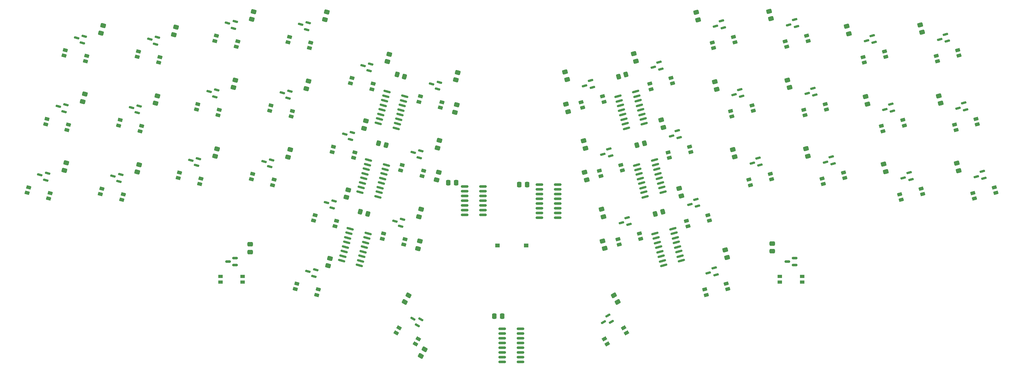
<source format=gbp>
G04 #@! TF.GenerationSoftware,KiCad,Pcbnew,8.0.4*
G04 #@! TF.CreationDate,2024-08-16T14:11:01+09:00*
G04 #@! TF.ProjectId,TrueStrike42,54727565-5374-4726-996b-6534322e6b69,rev?*
G04 #@! TF.SameCoordinates,Original*
G04 #@! TF.FileFunction,Paste,Bot*
G04 #@! TF.FilePolarity,Positive*
%FSLAX46Y46*%
G04 Gerber Fmt 4.6, Leading zero omitted, Abs format (unit mm)*
G04 Created by KiCad (PCBNEW 8.0.4) date 2024-08-16 14:11:01*
%MOMM*%
%LPD*%
G01*
G04 APERTURE LIST*
G04 Aperture macros list*
%AMRoundRect*
0 Rectangle with rounded corners*
0 $1 Rounding radius*
0 $2 $3 $4 $5 $6 $7 $8 $9 X,Y pos of 4 corners*
0 Add a 4 corners polygon primitive as box body*
4,1,4,$2,$3,$4,$5,$6,$7,$8,$9,$2,$3,0*
0 Add four circle primitives for the rounded corners*
1,1,$1+$1,$2,$3*
1,1,$1+$1,$4,$5*
1,1,$1+$1,$6,$7*
1,1,$1+$1,$8,$9*
0 Add four rect primitives between the rounded corners*
20,1,$1+$1,$2,$3,$4,$5,0*
20,1,$1+$1,$4,$5,$6,$7,0*
20,1,$1+$1,$6,$7,$8,$9,0*
20,1,$1+$1,$8,$9,$2,$3,0*%
%AMRotRect*
0 Rectangle, with rotation*
0 The origin of the aperture is its center*
0 $1 length*
0 $2 width*
0 $3 Rotation angle, in degrees counterclockwise*
0 Add horizontal line*
21,1,$1,$2,0,0,$3*%
G04 Aperture macros list end*
%ADD10RoundRect,0.150000X-0.528659X-0.296945X0.606304X0.007167X0.528659X0.296945X-0.606304X-0.007167X0*%
%ADD11RoundRect,0.150000X-0.606304X0.007167X0.528659X-0.296945X0.606304X-0.007167X-0.528659X0.296945X0*%
%ADD12RoundRect,0.150000X-0.587500X-0.150000X0.587500X-0.150000X0.587500X0.150000X-0.587500X0.150000X0*%
%ADD13RoundRect,0.150000X-0.433790X-0.423654X0.583790X0.163846X0.433790X0.423654X-0.583790X-0.163846X0*%
%ADD14RoundRect,0.150000X-0.583790X0.163846X0.433790X-0.423654X0.583790X-0.163846X-0.433790X0.423654X0*%
%ADD15RotRect,1.250000X0.900000X15.000000*%
%ADD16RotRect,1.240000X0.900000X15.000000*%
%ADD17RoundRect,0.250000X-0.546166X0.203061X-0.371463X-0.448939X0.546166X-0.203061X0.371463X0.448939X0*%
%ADD18RoundRect,0.250000X-0.475000X0.337500X-0.475000X-0.337500X0.475000X-0.337500X0.475000X0.337500X0*%
%ADD19RoundRect,0.150000X0.758066X0.358415X-0.835712X-0.068637X-0.758066X-0.358415X0.835712X0.068637X0*%
%ADD20RoundRect,0.250000X-0.371463X0.448939X-0.546166X-0.203061X0.371463X-0.448939X0.546166X0.203061X0*%
%ADD21RotRect,1.250000X0.900000X165.000000*%
%ADD22RoundRect,0.250000X-0.448939X-0.371463X0.203061X-0.546166X0.448939X0.371463X-0.203061X0.546166X0*%
%ADD23RoundRect,0.250000X0.337500X0.475000X-0.337500X0.475000X-0.337500X-0.475000X0.337500X-0.475000X0*%
%ADD24RotRect,1.250000X0.900000X195.000000*%
%ADD25RoundRect,0.250000X-0.203061X-0.546166X0.448939X-0.371463X0.203061X0.546166X-0.448939X0.371463X0*%
%ADD26RotRect,1.250000X0.900000X345.000000*%
%ADD27RotRect,1.240000X0.900000X345.000000*%
%ADD28RoundRect,0.150000X0.825000X0.150000X-0.825000X0.150000X-0.825000X-0.150000X0.825000X-0.150000X0*%
%ADD29RoundRect,0.250000X-0.580112X0.054784X-0.242612X-0.529784X0.580112X-0.054784X0.242612X0.529784X0*%
%ADD30RoundRect,0.150000X0.835712X-0.068637X-0.758066X0.358415X-0.835712X0.068637X0.758066X-0.358415X0*%
%ADD31RoundRect,0.250000X0.242612X-0.529784X0.580112X0.054784X-0.242612X0.529784X-0.580112X-0.054784X0*%
%ADD32RotRect,1.250000X0.900000X30.000000*%
%ADD33RotRect,1.240000X0.900000X30.000000*%
%ADD34R,1.250000X1.000000*%
%ADD35R,1.250000X0.900000*%
%ADD36R,1.240000X0.900000*%
%ADD37RoundRect,0.250000X-0.242612X0.529784X-0.580112X-0.054784X0.242612X-0.529784X0.580112X0.054784X0*%
%ADD38RotRect,1.250000X0.900000X330.000000*%
%ADD39RotRect,1.240000X0.900000X330.000000*%
G04 APERTURE END LIST*
D10*
X274808447Y-83139148D03*
X275300204Y-84974407D03*
X273243215Y-84542063D03*
D11*
X33805120Y-46822664D03*
X33313363Y-48657923D03*
X31748131Y-47255008D03*
D10*
X264947426Y-46337379D03*
X265439183Y-48172638D03*
X263382194Y-47740294D03*
D12*
X224428645Y-106370407D03*
X224428645Y-108270407D03*
X222553645Y-107320407D03*
D11*
X84077281Y-80015071D03*
X83585524Y-81850330D03*
X82020292Y-80447415D03*
D10*
X245313918Y-46667664D03*
X245805675Y-48502923D03*
X243748686Y-48070579D03*
X250244424Y-65068547D03*
X250736181Y-66903806D03*
X248679192Y-66471462D03*
D11*
X129096556Y-59207936D03*
X128604799Y-61043195D03*
X127039567Y-59640280D03*
D10*
X174586492Y-77123529D03*
X175078249Y-78958788D03*
X173021260Y-78526444D03*
D11*
X43577623Y-83954722D03*
X43085866Y-85789981D03*
X41520634Y-84387066D03*
D10*
X192987392Y-72193027D03*
X193479149Y-74028286D03*
X191422160Y-73595942D03*
X197917889Y-90593906D03*
X198409646Y-92429165D03*
X196352657Y-91996821D03*
D11*
X95904162Y-109480082D03*
X95412405Y-111315341D03*
X93847173Y-109912426D03*
D10*
X204814271Y-42728012D03*
X205306028Y-44563271D03*
X203249039Y-44130927D03*
D11*
X23944110Y-83624451D03*
X23452353Y-85459710D03*
X21887121Y-84056795D03*
X69374263Y-61283915D03*
X68882506Y-63119174D03*
X67317274Y-61716259D03*
X110695678Y-54277425D03*
X110203921Y-56112684D03*
X108638689Y-54709769D03*
X105765164Y-72678308D03*
X105273407Y-74513567D03*
X103708175Y-73110652D03*
D13*
X174328054Y-121828923D03*
X175278059Y-123474368D03*
X173179257Y-123589147D03*
D14*
X124137198Y-122766425D03*
X123187200Y-124411870D03*
X122038402Y-122651649D03*
D11*
X93938267Y-43213286D03*
X93446510Y-45048545D03*
X91881278Y-43645630D03*
D10*
X169655996Y-58722641D03*
X170147753Y-60557900D03*
X168090764Y-60125556D03*
D11*
X64443777Y-79684790D03*
X63952020Y-81520049D03*
X62386788Y-80117134D03*
X100834666Y-91079204D03*
X100342909Y-92914463D03*
X98777677Y-91511548D03*
D10*
X229378278Y-60798601D03*
X229870035Y-62633860D03*
X227813046Y-62201516D03*
D11*
X119235554Y-96009698D03*
X118743797Y-97844957D03*
X117178565Y-96442042D03*
D12*
X74287797Y-106370404D03*
X74287797Y-108270404D03*
X72412797Y-107320404D03*
D10*
X224447775Y-42397716D03*
X224939532Y-44232975D03*
X222882543Y-43800631D03*
X188056878Y-53792133D03*
X188548635Y-55627392D03*
X186491646Y-55195048D03*
D11*
X124166058Y-77608825D03*
X123674301Y-79444084D03*
X122109069Y-78041169D03*
D10*
X234308780Y-79199497D03*
X234800537Y-81034756D03*
X232743548Y-80602412D03*
X269877931Y-64738270D03*
X270369688Y-66573529D03*
X268312699Y-66141185D03*
X179517004Y-95524407D03*
X180008761Y-97359666D03*
X177951772Y-96927322D03*
X202848399Y-108994796D03*
X203340156Y-110830055D03*
X201283167Y-110397711D03*
D11*
X28874616Y-65223559D03*
X28382859Y-67058818D03*
X26817627Y-65655903D03*
D10*
X214675271Y-79529781D03*
X215167028Y-81365040D03*
X213110039Y-80932696D03*
D11*
X48508129Y-65553835D03*
X48016372Y-67389094D03*
X46451140Y-65986179D03*
D10*
X255174924Y-83469434D03*
X255666681Y-85304693D03*
X253609692Y-84872349D03*
D11*
X89007775Y-61614174D03*
X88516018Y-63449433D03*
X86950786Y-62046518D03*
X53438624Y-47152945D03*
X52946867Y-48988204D03*
X51381635Y-47585289D03*
X74304764Y-42883011D03*
X73813007Y-44718270D03*
X72247775Y-43315355D03*
D10*
X209744766Y-61128892D03*
X210236523Y-62964151D03*
X208179534Y-62531807D03*
D15*
X196628088Y-77907966D03*
X196239860Y-76459079D03*
D16*
X190487771Y-78000346D03*
D15*
X190880828Y-79447941D03*
D17*
X167801110Y-74918412D03*
X168338160Y-76922708D03*
D18*
X78359332Y-102679444D03*
X78359328Y-104754448D03*
D19*
X181811683Y-61708252D03*
X182140381Y-62934981D03*
X182469082Y-64161703D03*
X182797783Y-65388429D03*
X183126483Y-66615154D03*
X183455183Y-67841885D03*
X183783883Y-69068607D03*
X184112583Y-70295332D03*
X179331249Y-71576486D03*
X179002551Y-70349757D03*
X178673850Y-69123035D03*
X178345149Y-67896309D03*
X178016449Y-66669584D03*
X177687749Y-65442853D03*
X177359049Y-64216131D03*
X177030349Y-62989406D03*
D17*
X181306832Y-51525778D03*
X181843882Y-53530074D03*
D20*
X38841353Y-44017703D03*
X38304303Y-46021999D03*
D17*
X217597914Y-40145184D03*
X218134964Y-42149480D03*
D20*
X79292470Y-40259150D03*
X78755420Y-42263446D03*
D21*
X28741535Y-50603449D03*
X28353306Y-52052336D03*
X34100567Y-53592311D03*
X34488796Y-52143424D03*
X114171973Y-99790469D03*
X113783744Y-101239356D03*
X119531005Y-102779331D03*
X119919234Y-101330444D03*
D22*
X117742530Y-57149138D03*
X119746826Y-57686188D03*
D20*
X115680120Y-51665644D03*
X115143070Y-53669940D03*
D23*
X145957500Y-121979986D03*
X143882492Y-121979986D03*
D20*
X129141033Y-74839207D03*
X128603983Y-76843503D03*
D23*
X152657826Y-86669520D03*
X150582818Y-86669520D03*
D20*
X104685893Y-88060241D03*
X104148843Y-90064537D03*
D24*
X185562087Y-59598182D03*
X185950315Y-61047069D03*
X191697575Y-59507094D03*
X191309347Y-58058207D03*
D25*
X182125118Y-76087077D03*
X184129414Y-75550027D03*
D20*
X123897872Y-101819477D03*
X123360822Y-103823773D03*
D21*
X95771093Y-94859974D03*
X95382864Y-96308861D03*
X101130125Y-97848836D03*
X101518354Y-96399949D03*
D17*
X267961807Y-80898683D03*
X268498857Y-82902979D03*
D26*
X48803584Y-72323486D03*
X49191813Y-70874599D03*
D27*
X43439723Y-69333330D03*
D26*
X43056323Y-70783511D03*
D24*
X221952985Y-48203768D03*
X222341213Y-49652655D03*
X228088473Y-48112680D03*
X227700245Y-46663793D03*
D20*
X109436168Y-69559299D03*
X108899118Y-71563595D03*
D21*
X59380182Y-83465565D03*
X58991953Y-84914452D03*
X64739214Y-86454427D03*
X65127443Y-85005540D03*
D17*
X163093427Y-65076498D03*
X163630477Y-67080794D03*
D19*
X186832732Y-80084870D03*
X187161430Y-81311599D03*
X187490131Y-82538321D03*
X187818832Y-83765047D03*
X188147532Y-84991772D03*
X188476232Y-86218503D03*
X188804932Y-87445225D03*
X189133632Y-88671950D03*
X184352298Y-89953104D03*
X184023600Y-88726375D03*
X183694899Y-87499653D03*
X183366198Y-86272927D03*
X183037498Y-85046202D03*
X182708798Y-83819471D03*
X182380098Y-82592749D03*
X182051398Y-81366024D03*
D28*
X160895329Y-86624511D03*
X160895324Y-87894513D03*
X160895329Y-89164509D03*
X160895329Y-90434510D03*
X160895329Y-91704510D03*
X160895329Y-92974511D03*
X160895324Y-94244507D03*
X160895329Y-95514509D03*
X155945329Y-95514509D03*
X155945334Y-94244507D03*
X155945329Y-92974511D03*
X155945329Y-91704510D03*
X155945329Y-90434510D03*
X155945329Y-89164509D03*
X155945334Y-87894513D03*
X155945329Y-86624511D03*
D29*
X175933655Y-116380490D03*
X176971157Y-118177492D03*
D21*
X18880540Y-87405228D03*
X18492311Y-88854115D03*
X24239572Y-90394090D03*
X24627801Y-88945203D03*
D15*
X233018981Y-66513562D03*
X232630753Y-65064675D03*
D16*
X226878664Y-66605942D03*
D15*
X227271721Y-68053537D03*
D24*
X177022203Y-101330445D03*
X177410431Y-102779332D03*
X183157691Y-101239357D03*
X182769463Y-99790470D03*
D26*
X96199612Y-116249722D03*
X96587841Y-114800835D03*
D27*
X90835751Y-113259566D03*
D26*
X90452351Y-114709747D03*
D17*
X238454110Y-44184839D03*
X238991160Y-46189135D03*
D15*
X273518631Y-70453220D03*
X273130403Y-69004333D03*
D16*
X267378314Y-70545600D03*
D15*
X267771371Y-71993195D03*
D17*
X263121898Y-62835854D03*
X263658948Y-64840150D03*
D20*
X93969826Y-58892861D03*
X93432776Y-60897157D03*
D18*
X218434438Y-102487269D03*
X218434438Y-104562277D03*
D25*
X187055613Y-94487950D03*
X189059909Y-93950900D03*
D30*
X109959540Y-99766920D03*
X109630840Y-100993646D03*
X109302140Y-102220370D03*
X108973440Y-103447098D03*
X108644740Y-104673823D03*
X108316039Y-105900549D03*
X107987338Y-107127271D03*
X107658640Y-108354000D03*
X102877306Y-107072846D03*
X103206006Y-105846120D03*
X103534706Y-104619396D03*
X103863406Y-103392668D03*
X104192106Y-102165943D03*
X104520807Y-100939217D03*
X104849508Y-99712495D03*
X105178206Y-98485766D03*
D17*
X243501089Y-63020399D03*
X244038139Y-65024695D03*
X248366890Y-81179798D03*
X248903940Y-83184094D03*
D20*
X69431472Y-77060921D03*
X68894422Y-79065217D03*
D31*
X124143921Y-132632629D03*
X125181419Y-130835623D03*
D17*
X172622082Y-93296874D03*
X173159132Y-95301170D03*
D30*
X114890039Y-81366029D03*
X114561339Y-82592755D03*
X114232639Y-83819479D03*
X113903939Y-85046207D03*
X113575239Y-86272932D03*
X113246538Y-87499658D03*
X112917837Y-88726380D03*
X112589139Y-89953109D03*
X107807805Y-88671955D03*
X108136505Y-87445229D03*
X108465205Y-86218505D03*
X108793905Y-84991777D03*
X109122605Y-83765052D03*
X109451306Y-82538326D03*
X109780007Y-81311604D03*
X110108705Y-80084875D03*
D20*
X124197602Y-93288395D03*
X123660552Y-95292691D03*
D24*
X195423105Y-96399953D03*
X195811333Y-97848840D03*
X201558593Y-96308865D03*
X201170365Y-94859978D03*
X212180482Y-85335815D03*
X212568710Y-86784702D03*
X218315970Y-85244727D03*
X217927742Y-83795840D03*
D20*
X98939164Y-40347098D03*
X98402114Y-42351394D03*
D17*
X202998195Y-59068661D03*
X203535245Y-61072957D03*
X205829157Y-104172695D03*
X206366207Y-106176999D03*
D15*
X206489080Y-114709756D03*
X206100852Y-113260869D03*
D16*
X200348763Y-114802136D03*
D15*
X200741820Y-116249731D03*
D32*
X179323819Y-126406875D03*
X178573819Y-125107839D03*
D33*
X173416636Y-128085339D03*
D32*
X174170965Y-129381877D03*
D26*
X29170078Y-71993188D03*
X29558307Y-70544301D03*
D27*
X23806217Y-69003032D03*
D26*
X23422817Y-70453213D03*
D17*
X222541361Y-58594366D03*
X223078411Y-60598662D03*
D30*
X119820550Y-62965150D03*
X119491850Y-64191876D03*
X119163150Y-65418600D03*
X118834450Y-66645328D03*
X118505750Y-67872053D03*
X118177049Y-69098779D03*
X117848348Y-70325501D03*
X117519650Y-71552230D03*
X112738316Y-70271076D03*
X113067016Y-69044350D03*
X113395716Y-67817626D03*
X113724416Y-66590898D03*
X114053116Y-65364173D03*
X114381817Y-64137447D03*
X114710518Y-62910725D03*
X115039216Y-61683996D03*
D34*
X152414757Y-102997877D03*
X144664757Y-102997875D03*
D28*
X140822879Y-87157245D03*
X140822885Y-88427243D03*
X140822884Y-89697243D03*
X140822889Y-90967252D03*
X140822884Y-92237251D03*
X140822885Y-93507252D03*
X140822881Y-94777248D03*
X135872889Y-94777251D03*
X135872883Y-93507253D03*
X135872884Y-92237253D03*
X135872879Y-90967244D03*
X135872884Y-89697245D03*
X135872883Y-88427244D03*
X135872887Y-87157248D03*
D23*
X133593745Y-86108056D03*
X131518745Y-86108056D03*
D22*
X107881528Y-93950908D03*
X109885824Y-94487958D03*
D21*
X38514054Y-87735496D03*
X38125825Y-89184383D03*
X43873086Y-90724358D03*
X44261315Y-89275471D03*
D20*
X33923791Y-62370296D03*
X33386741Y-64374592D03*
D26*
X89303242Y-68383813D03*
X89691471Y-66934926D03*
D27*
X83939381Y-65393657D03*
D26*
X83555981Y-66843838D03*
D25*
X177194601Y-57686181D03*
X179198901Y-57149135D03*
D15*
X253885118Y-70783492D03*
X253496890Y-69334605D03*
D16*
X247744801Y-70875872D03*
D15*
X248137858Y-72323467D03*
D35*
X226466147Y-112832916D03*
X226466147Y-111332916D03*
D36*
X220511147Y-111332916D03*
D35*
X220516147Y-112832916D03*
D21*
X79013710Y-83795846D03*
X78625481Y-85244733D03*
X84372742Y-86784708D03*
X84760971Y-85335821D03*
D15*
X178227187Y-82838481D03*
X177838959Y-81389594D03*
D16*
X172086870Y-82930861D03*
D15*
X172479927Y-84378456D03*
D21*
X69241194Y-46663779D03*
X68852965Y-48112666D03*
X74600226Y-49652641D03*
X74988455Y-48203754D03*
D17*
X162857659Y-56469225D03*
X163394705Y-58473525D03*
X188665101Y-69327919D03*
X189202151Y-71332215D03*
D20*
X128937903Y-83396178D03*
X128400853Y-85400474D03*
D21*
X88874710Y-46994078D03*
X88486481Y-48442965D03*
X94233742Y-49982940D03*
X94621971Y-48534053D03*
X124032982Y-62988694D03*
X123644753Y-64437581D03*
X129392014Y-65977556D03*
X129780243Y-64528669D03*
D17*
X198002995Y-40426293D03*
X198540045Y-42430589D03*
X172928546Y-101781676D03*
X173465596Y-103785972D03*
D24*
X231813990Y-85005534D03*
X232202218Y-86454421D03*
X237949478Y-84914446D03*
X237561250Y-83465559D03*
D15*
X213385462Y-66843843D03*
X212997234Y-65394956D03*
D16*
X207245145Y-66936223D03*
D15*
X207638202Y-68383818D03*
D22*
X112812034Y-75550010D03*
X114816330Y-76087060D03*
D37*
X120841607Y-116375501D03*
X119804109Y-118172507D03*
D20*
X99759471Y-106439367D03*
X99222417Y-108443665D03*
D17*
X168097870Y-83366976D03*
X168634920Y-85371272D03*
D24*
X272313639Y-88945194D03*
X272701867Y-90394081D03*
X278449127Y-88854106D03*
X278060899Y-87405219D03*
D20*
X89052270Y-77245456D03*
X88515220Y-79249752D03*
D24*
X242819126Y-52473708D03*
X243207354Y-53922595D03*
X248954614Y-52382620D03*
X248566386Y-50933733D03*
X202319473Y-48534050D03*
X202707701Y-49982937D03*
X208454961Y-48442962D03*
X208066733Y-46994075D03*
D26*
X124461508Y-84378448D03*
X124849737Y-82929561D03*
D27*
X119097647Y-81388292D03*
D26*
X118714247Y-82838473D03*
D20*
X53466928Y-62844604D03*
X52929878Y-64848900D03*
D17*
X207863998Y-77228065D03*
X208401048Y-79232361D03*
D24*
X262452635Y-52143428D03*
X262840863Y-53592315D03*
X268588123Y-52052340D03*
X268199895Y-50603453D03*
D20*
X58410384Y-44395418D03*
X57873334Y-46399714D03*
D17*
X227484796Y-77043532D03*
X228021846Y-79047828D03*
D24*
X252680129Y-89275484D03*
X253068357Y-90724371D03*
X258815617Y-89184396D03*
X258427389Y-87735509D03*
D21*
X48375068Y-50933722D03*
X47986839Y-52382609D03*
X53734100Y-53922584D03*
X54122329Y-52473697D03*
D26*
X106060637Y-79447950D03*
X106448866Y-77999063D03*
D27*
X100696776Y-76457794D03*
D26*
X100313376Y-77907975D03*
D20*
X28980345Y-80819490D03*
X28443295Y-82823786D03*
D26*
X69669724Y-68053535D03*
X70057953Y-66604648D03*
D27*
X64305863Y-65063379D03*
D26*
X63922463Y-66513560D03*
D20*
X133793999Y-65272991D03*
X133256949Y-67277287D03*
D24*
X167161205Y-64528668D03*
X167549433Y-65977555D03*
X173296693Y-64437580D03*
X172908465Y-62988693D03*
D35*
X76325299Y-112832900D03*
X76325299Y-111332900D03*
D36*
X70370299Y-111332900D03*
D35*
X70375299Y-112832900D03*
D17*
X258119744Y-43781239D03*
X258656794Y-45785535D03*
D21*
X105632081Y-58058200D03*
X105243852Y-59507087D03*
X110991113Y-61047062D03*
X111379342Y-59598175D03*
D19*
X191763222Y-98485759D03*
X192091920Y-99712488D03*
X192420621Y-100939210D03*
X192749322Y-102165936D03*
X193078022Y-103392661D03*
X193406722Y-104619392D03*
X193735422Y-105846114D03*
X194064122Y-107072839D03*
X189282788Y-108353993D03*
X188954090Y-107127264D03*
X188625389Y-105900542D03*
X188296688Y-104673816D03*
X187967988Y-103447091D03*
X187639288Y-102220360D03*
X187310588Y-100993638D03*
X186981888Y-99766913D03*
D17*
X193486060Y-87706383D03*
X194023110Y-89710679D03*
D28*
X150914563Y-125379159D03*
X150914558Y-126649161D03*
X150914563Y-127919157D03*
X150914563Y-129189158D03*
X150914563Y-130459158D03*
X150914563Y-131729159D03*
X150914558Y-132999155D03*
X150914563Y-134269157D03*
X145964563Y-134269157D03*
X145964568Y-132999155D03*
X145964563Y-131729159D03*
X145964563Y-130459158D03*
X145964563Y-129189158D03*
X145964563Y-127919157D03*
X145964568Y-126649161D03*
X145964563Y-125379159D03*
D20*
X48523502Y-81293786D03*
X47986452Y-83298082D03*
X74374908Y-58611749D03*
X73837858Y-60616045D03*
X134032722Y-56583207D03*
X133495668Y-58587505D03*
D38*
X122670469Y-129381879D03*
X123420471Y-128082841D03*
D39*
X118263288Y-125105339D03*
D38*
X117517617Y-126406875D03*
M02*

</source>
